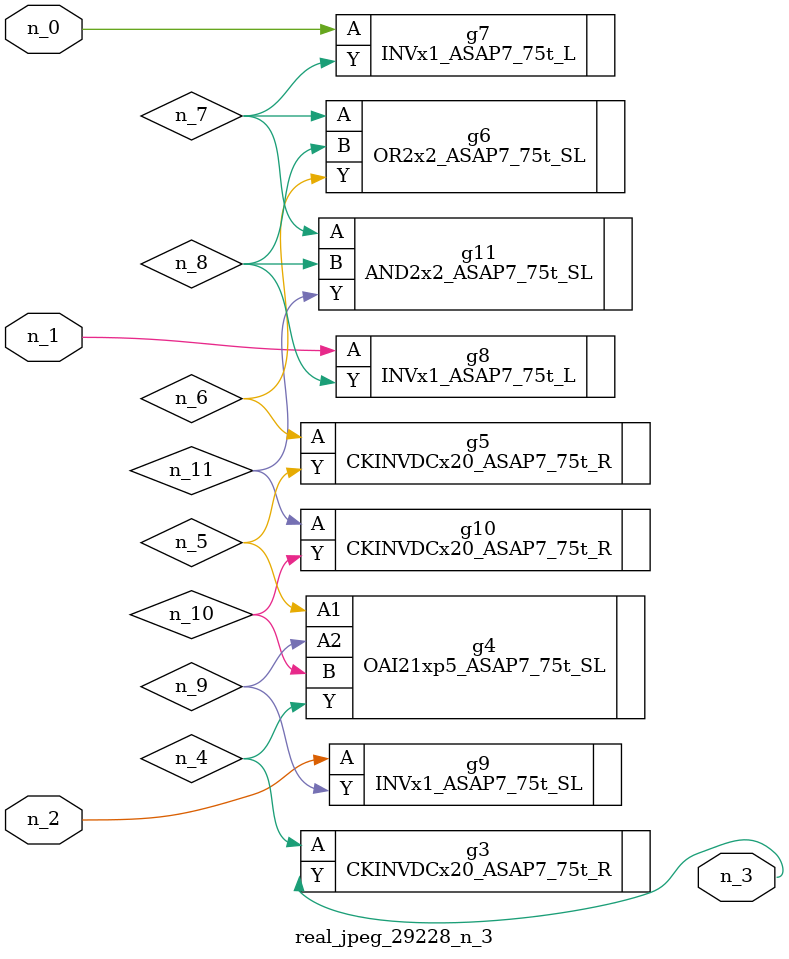
<source format=v>
module real_jpeg_29228_n_3 (n_1, n_0, n_2, n_3);

input n_1;
input n_0;
input n_2;

output n_3;

wire n_5;
wire n_4;
wire n_8;
wire n_11;
wire n_6;
wire n_7;
wire n_10;
wire n_9;

INVx1_ASAP7_75t_L g7 ( 
.A(n_0),
.Y(n_7)
);

INVx1_ASAP7_75t_L g8 ( 
.A(n_1),
.Y(n_8)
);

INVx1_ASAP7_75t_SL g9 ( 
.A(n_2),
.Y(n_9)
);

CKINVDCx20_ASAP7_75t_R g3 ( 
.A(n_4),
.Y(n_3)
);

OAI21xp5_ASAP7_75t_SL g4 ( 
.A1(n_5),
.A2(n_9),
.B(n_10),
.Y(n_4)
);

CKINVDCx20_ASAP7_75t_R g5 ( 
.A(n_6),
.Y(n_5)
);

OR2x2_ASAP7_75t_SL g6 ( 
.A(n_7),
.B(n_8),
.Y(n_6)
);

AND2x2_ASAP7_75t_SL g11 ( 
.A(n_7),
.B(n_8),
.Y(n_11)
);

CKINVDCx20_ASAP7_75t_R g10 ( 
.A(n_11),
.Y(n_10)
);


endmodule
</source>
